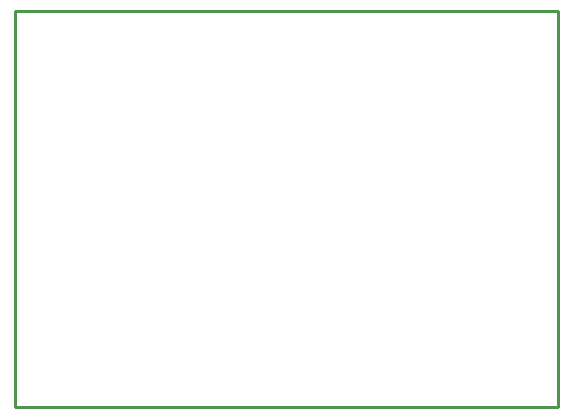
<source format=gbr>
%TF.GenerationSoftware,KiCad,Pcbnew,7.0.9-7.0.9~ubuntu22.04.1*%
%TF.CreationDate,2024-01-26T14:57:21+02:00*%
%TF.ProjectId,USB-NeoHUB_Rev_A,5553422d-4e65-46f4-9855-425f5265765f,A*%
%TF.SameCoordinates,PX5cfbb60PY69925e0*%
%TF.FileFunction,Profile,NP*%
%FSLAX46Y46*%
G04 Gerber Fmt 4.6, Leading zero omitted, Abs format (unit mm)*
G04 Created by KiCad (PCBNEW 7.0.9-7.0.9~ubuntu22.04.1) date 2024-01-26 14:57:21*
%MOMM*%
%LPD*%
G01*
G04 APERTURE LIST*
%TA.AperFunction,Profile*%
%ADD10C,0.254000*%
%TD*%
G04 APERTURE END LIST*
D10*
X46000000Y33500000D02*
X0Y33500000D01*
X0Y33500000D02*
X0Y0D01*
X46000000Y33500000D02*
X46000000Y0D01*
X46000000Y0D02*
X0Y0D01*
M02*

</source>
